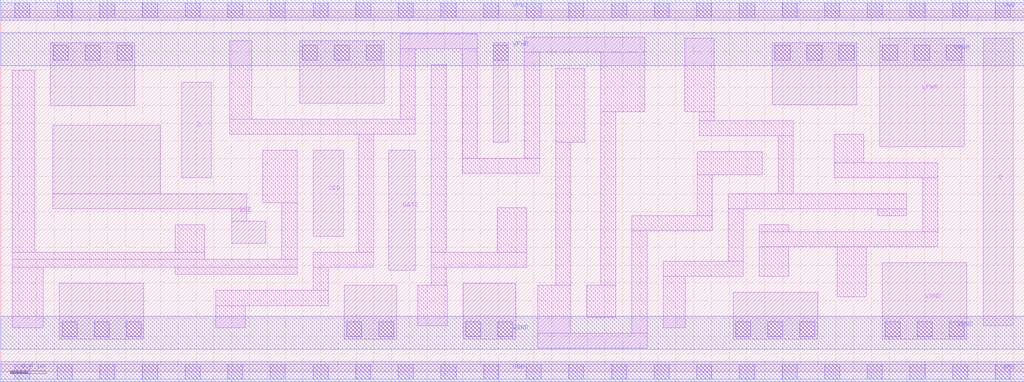
<source format=lef>
# Copyright 2020 The SkyWater PDK Authors
#
# Licensed under the Apache License, Version 2.0 (the "License");
# you may not use this file except in compliance with the License.
# You may obtain a copy of the License at
#
#     https://www.apache.org/licenses/LICENSE-2.0
#
# Unless required by applicable law or agreed to in writing, software
# distributed under the License is distributed on an "AS IS" BASIS,
# WITHOUT WARRANTIES OR CONDITIONS OF ANY KIND, either express or implied.
# See the License for the specific language governing permissions and
# limitations under the License.
#
# SPDX-License-Identifier: Apache-2.0

VERSION 5.7 ;
  NAMESCASESENSITIVE ON ;
  NOWIREEXTENSIONATPIN ON ;
  DIVIDERCHAR "/" ;
  BUSBITCHARS "[]" ;
UNITS
  DATABASE MICRONS 200 ;
END UNITS
MACRO sky130_fd_sc_hvl__sdlxtp_1
  CLASS CORE ;
  SOURCE USER ;
  FOREIGN sky130_fd_sc_hvl__sdlxtp_1 ;
  ORIGIN  0.000000  0.000000 ;
  SIZE  11.52000 BY  4.070000 ;
  SYMMETRY X Y ;
  SITE unithv ;
  PIN D
    ANTENNAGATEAREA  0.585000 ;
    DIRECTION INPUT ;
    USE SIGNAL ;
    PORT
      LAYER li1 ;
        RECT 2.040000 2.185000 2.370000 3.260000 ;
    END
  END D
  PIN Q
    ANTENNADIFFAREA  0.626250 ;
    DIRECTION OUTPUT ;
    USE SIGNAL ;
    PORT
      LAYER li1 ;
        RECT 11.060000 0.515000 11.400000 3.755000 ;
    END
  END Q
  PIN SCD
    ANTENNAGATEAREA  0.585000 ;
    DIRECTION INPUT ;
    USE SIGNAL ;
    PORT
      LAYER li1 ;
        RECT 3.515000 1.525000 3.860000 2.495000 ;
    END
  END SCD
  PIN SCE
    ANTENNAGATEAREA  1.005000 ;
    DIRECTION INPUT ;
    USE SIGNAL ;
    PORT
      LAYER li1 ;
        RECT 0.585000 1.835000 2.770000 2.005000 ;
        RECT 0.585000 2.005000 1.795000 2.775000 ;
        RECT 2.600000 1.445000 2.985000 1.695000 ;
        RECT 2.600000 1.695000 2.770000 1.835000 ;
    END
  END SCE
  PIN GATE
    ANTENNAGATEAREA  0.585000 ;
    DIRECTION INPUT ;
    USE CLOCK ;
    PORT
      LAYER li1 ;
        RECT 4.370000 1.145000 4.665000 2.495000 ;
    END
  END GATE
  PIN VGND
    DIRECTION INOUT ;
    USE GROUND ;
    PORT
      LAYER li1 ;
        RECT 0.660000 0.365000  1.610000 0.995000 ;
        RECT 3.865000 0.365000  4.455000 0.975000 ;
        RECT 5.205000 0.365000  5.795000 0.995000 ;
        RECT 8.245000 0.365000  9.195000 0.895000 ;
        RECT 9.925000 0.365000 10.875000 1.225000 ;
      LAYER mcon ;
        RECT  0.690000 0.395000  0.860000 0.565000 ;
        RECT  1.050000 0.395000  1.220000 0.565000 ;
        RECT  1.410000 0.395000  1.580000 0.565000 ;
        RECT  3.895000 0.395000  4.065000 0.565000 ;
        RECT  4.255000 0.395000  4.425000 0.565000 ;
        RECT  5.235000 0.395000  5.405000 0.565000 ;
        RECT  5.595000 0.395000  5.765000 0.565000 ;
        RECT  8.275000 0.395000  8.445000 0.565000 ;
        RECT  8.635000 0.395000  8.805000 0.565000 ;
        RECT  8.995000 0.395000  9.165000 0.565000 ;
        RECT  9.955000 0.395000 10.125000 0.565000 ;
        RECT 10.315000 0.395000 10.485000 0.565000 ;
        RECT 10.675000 0.395000 10.845000 0.565000 ;
      LAYER met1 ;
        RECT 0.000000 0.255000 11.520000 0.625000 ;
    END
  END VGND
  PIN VNB
    DIRECTION INOUT ;
    USE GROUND ;
    PORT
      LAYER li1 ;
        RECT 0.000000 -0.085000 11.520000 0.085000 ;
      LAYER mcon ;
        RECT  0.155000 -0.085000  0.325000 0.085000 ;
        RECT  0.635000 -0.085000  0.805000 0.085000 ;
        RECT  1.115000 -0.085000  1.285000 0.085000 ;
        RECT  1.595000 -0.085000  1.765000 0.085000 ;
        RECT  2.075000 -0.085000  2.245000 0.085000 ;
        RECT  2.555000 -0.085000  2.725000 0.085000 ;
        RECT  3.035000 -0.085000  3.205000 0.085000 ;
        RECT  3.515000 -0.085000  3.685000 0.085000 ;
        RECT  3.995000 -0.085000  4.165000 0.085000 ;
        RECT  4.475000 -0.085000  4.645000 0.085000 ;
        RECT  4.955000 -0.085000  5.125000 0.085000 ;
        RECT  5.435000 -0.085000  5.605000 0.085000 ;
        RECT  5.915000 -0.085000  6.085000 0.085000 ;
        RECT  6.395000 -0.085000  6.565000 0.085000 ;
        RECT  6.875000 -0.085000  7.045000 0.085000 ;
        RECT  7.355000 -0.085000  7.525000 0.085000 ;
        RECT  7.835000 -0.085000  8.005000 0.085000 ;
        RECT  8.315000 -0.085000  8.485000 0.085000 ;
        RECT  8.795000 -0.085000  8.965000 0.085000 ;
        RECT  9.275000 -0.085000  9.445000 0.085000 ;
        RECT  9.755000 -0.085000  9.925000 0.085000 ;
        RECT 10.235000 -0.085000 10.405000 0.085000 ;
        RECT 10.715000 -0.085000 10.885000 0.085000 ;
        RECT 11.195000 -0.085000 11.365000 0.085000 ;
      LAYER met1 ;
        RECT 0.000000 -0.115000 11.520000 0.115000 ;
    END
  END VNB
  PIN VPB
    DIRECTION INOUT ;
    USE POWER ;
    PORT
      LAYER li1 ;
        RECT 0.000000 3.985000 11.520000 4.155000 ;
      LAYER mcon ;
        RECT  0.155000 3.985000  0.325000 4.155000 ;
        RECT  0.635000 3.985000  0.805000 4.155000 ;
        RECT  1.115000 3.985000  1.285000 4.155000 ;
        RECT  1.595000 3.985000  1.765000 4.155000 ;
        RECT  2.075000 3.985000  2.245000 4.155000 ;
        RECT  2.555000 3.985000  2.725000 4.155000 ;
        RECT  3.035000 3.985000  3.205000 4.155000 ;
        RECT  3.515000 3.985000  3.685000 4.155000 ;
        RECT  3.995000 3.985000  4.165000 4.155000 ;
        RECT  4.475000 3.985000  4.645000 4.155000 ;
        RECT  4.955000 3.985000  5.125000 4.155000 ;
        RECT  5.435000 3.985000  5.605000 4.155000 ;
        RECT  5.915000 3.985000  6.085000 4.155000 ;
        RECT  6.395000 3.985000  6.565000 4.155000 ;
        RECT  6.875000 3.985000  7.045000 4.155000 ;
        RECT  7.355000 3.985000  7.525000 4.155000 ;
        RECT  7.835000 3.985000  8.005000 4.155000 ;
        RECT  8.315000 3.985000  8.485000 4.155000 ;
        RECT  8.795000 3.985000  8.965000 4.155000 ;
        RECT  9.275000 3.985000  9.445000 4.155000 ;
        RECT  9.755000 3.985000  9.925000 4.155000 ;
        RECT 10.235000 3.985000 10.405000 4.155000 ;
        RECT 10.715000 3.985000 10.885000 4.155000 ;
        RECT 11.195000 3.985000 11.365000 4.155000 ;
      LAYER met1 ;
        RECT 0.000000 3.955000 11.520000 4.185000 ;
    END
  END VPB
  PIN VPWR
    DIRECTION INOUT ;
    USE POWER ;
    PORT
      LAYER li1 ;
        RECT 0.560000 2.995000  1.510000 3.705000 ;
        RECT 3.365000 3.025000  4.315000 3.725000 ;
        RECT 5.545000 2.585000  5.715000 3.705000 ;
        RECT 8.685000 3.005000  9.635000 3.705000 ;
        RECT 9.895000 2.535000 10.845000 3.755000 ;
      LAYER mcon ;
        RECT  0.590000 3.505000  0.760000 3.675000 ;
        RECT  0.950000 3.505000  1.120000 3.675000 ;
        RECT  1.310000 3.505000  1.480000 3.675000 ;
        RECT  3.395000 3.505000  3.565000 3.675000 ;
        RECT  3.755000 3.505000  3.925000 3.675000 ;
        RECT  4.115000 3.505000  4.285000 3.675000 ;
        RECT  5.545000 3.505000  5.715000 3.675000 ;
        RECT  8.715000 3.505000  8.885000 3.675000 ;
        RECT  9.075000 3.505000  9.245000 3.675000 ;
        RECT  9.435000 3.505000  9.605000 3.675000 ;
        RECT  9.925000 3.505000 10.095000 3.675000 ;
        RECT 10.285000 3.505000 10.455000 3.675000 ;
        RECT 10.645000 3.505000 10.815000 3.675000 ;
      LAYER met1 ;
        RECT 0.000000 3.445000 11.520000 3.815000 ;
    END
  END VPWR
  OBS
    LAYER li1 ;
      RECT  0.130000 0.495000  0.480000 1.175000 ;
      RECT  0.130000 1.175000  3.335000 1.265000 ;
      RECT  0.130000 1.265000  2.295000 1.345000 ;
      RECT  0.130000 1.345000  0.380000 3.395000 ;
      RECT  1.965000 1.095000  3.335000 1.175000 ;
      RECT  1.965000 1.345000  2.295000 1.655000 ;
      RECT  2.420000 0.495000  2.750000 0.745000 ;
      RECT  2.420000 0.745000  3.685000 0.915000 ;
      RECT  2.575000 2.675000  4.665000 2.845000 ;
      RECT  2.575000 2.845000  2.825000 3.725000 ;
      RECT  2.950000 1.905000  3.335000 2.495000 ;
      RECT  3.165000 1.265000  3.335000 1.905000 ;
      RECT  3.515000 0.915000  3.685000 1.175000 ;
      RECT  3.515000 1.175000  4.200000 1.345000 ;
      RECT  4.030000 1.345000  4.200000 2.675000 ;
      RECT  4.495000 2.845000  4.665000 3.635000 ;
      RECT  4.495000 3.635000  5.365000 3.805000 ;
      RECT  4.695000 0.515000  5.025000 0.975000 ;
      RECT  4.845000 0.975000  5.015000 1.175000 ;
      RECT  4.845000 1.175000  5.920000 1.345000 ;
      RECT  4.845000 1.345000  5.015000 3.455000 ;
      RECT  5.195000 2.235000  6.065000 2.405000 ;
      RECT  5.195000 2.405000  5.365000 3.635000 ;
      RECT  5.590000 1.345000  5.920000 1.845000 ;
      RECT  5.895000 2.405000  6.065000 3.595000 ;
      RECT  5.895000 3.595000  7.250000 3.765000 ;
      RECT  6.045000 0.265000  7.275000 0.435000 ;
      RECT  6.045000 0.435000  6.415000 0.975000 ;
      RECT  6.245000 0.975000  6.415000 2.585000 ;
      RECT  6.245000 2.585000  6.575000 3.415000 ;
      RECT  6.595000 0.615000  6.925000 0.975000 ;
      RECT  6.755000 0.975000  6.925000 2.925000 ;
      RECT  6.755000 2.925000  7.250000 3.595000 ;
      RECT  7.105000 0.435000  7.275000 1.585000 ;
      RECT  7.105000 1.585000  8.010000 1.755000 ;
      RECT  7.455000 0.495000  7.705000 1.075000 ;
      RECT  7.455000 1.075000  8.360000 1.245000 ;
      RECT  7.700000 2.925000  8.030000 3.755000 ;
      RECT  7.840000 1.755000  8.010000 2.215000 ;
      RECT  7.840000 2.215000  8.570000 2.475000 ;
      RECT  7.860000 2.655000  8.920000 2.825000 ;
      RECT  7.860000 2.825000  8.030000 2.925000 ;
      RECT  8.190000 1.245000  8.360000 1.835000 ;
      RECT  8.190000 1.835000 10.200000 2.005000 ;
      RECT  8.540000 1.075000  8.870000 1.405000 ;
      RECT  8.540000 1.405000 10.550000 1.575000 ;
      RECT  8.540000 1.575000  8.870000 1.655000 ;
      RECT  8.750000 2.005000  8.920000 2.655000 ;
      RECT  9.385000 2.185000 10.550000 2.355000 ;
      RECT  9.385000 2.355000  9.715000 2.675000 ;
      RECT  9.415000 0.845000  9.745000 1.405000 ;
      RECT  9.870000 1.755000 10.200000 1.835000 ;
      RECT 10.380000 1.575000 10.550000 2.185000 ;
  END
END sky130_fd_sc_hvl__sdlxtp_1

</source>
